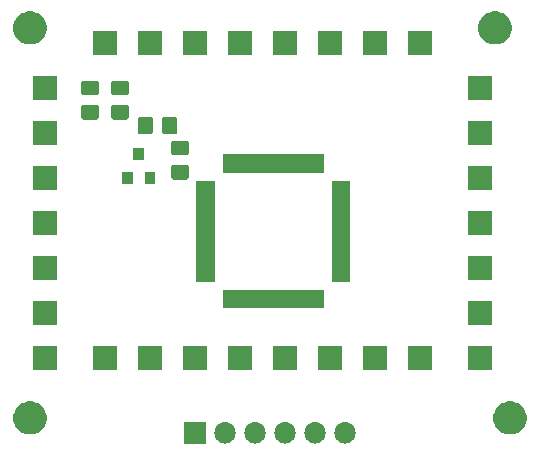
<source format=gbr>
G04 #@! TF.GenerationSoftware,KiCad,Pcbnew,(5.1.2)-2*
G04 #@! TF.CreationDate,2019-08-15T12:03:38-06:00*
G04 #@! TF.ProjectId,ps2plus,70733270-6c75-4732-9e6b-696361645f70,rev?*
G04 #@! TF.SameCoordinates,Original*
G04 #@! TF.FileFunction,Soldermask,Top*
G04 #@! TF.FilePolarity,Negative*
%FSLAX46Y46*%
G04 Gerber Fmt 4.6, Leading zero omitted, Abs format (unit mm)*
G04 Created by KiCad (PCBNEW (5.1.2)-2) date 2019-08-15 12:03:38*
%MOMM*%
%LPD*%
G04 APERTURE LIST*
%ADD10C,0.100000*%
G04 APERTURE END LIST*
D10*
G36*
X147430443Y-88005519D02*
G01*
X147496627Y-88012037D01*
X147666466Y-88063557D01*
X147822991Y-88147222D01*
X147858729Y-88176552D01*
X147960186Y-88259814D01*
X148043448Y-88361271D01*
X148072778Y-88397009D01*
X148156443Y-88553534D01*
X148207963Y-88723373D01*
X148225359Y-88900000D01*
X148207963Y-89076627D01*
X148156443Y-89246466D01*
X148072778Y-89402991D01*
X148043448Y-89438729D01*
X147960186Y-89540186D01*
X147858729Y-89623448D01*
X147822991Y-89652778D01*
X147666466Y-89736443D01*
X147496627Y-89787963D01*
X147430443Y-89794481D01*
X147364260Y-89801000D01*
X147275740Y-89801000D01*
X147209557Y-89794481D01*
X147143373Y-89787963D01*
X146973534Y-89736443D01*
X146817009Y-89652778D01*
X146781271Y-89623448D01*
X146679814Y-89540186D01*
X146596552Y-89438729D01*
X146567222Y-89402991D01*
X146483557Y-89246466D01*
X146432037Y-89076627D01*
X146414641Y-88900000D01*
X146432037Y-88723373D01*
X146483557Y-88553534D01*
X146567222Y-88397009D01*
X146596552Y-88361271D01*
X146679814Y-88259814D01*
X146781271Y-88176552D01*
X146817009Y-88147222D01*
X146973534Y-88063557D01*
X147143373Y-88012037D01*
X147209557Y-88005519D01*
X147275740Y-87999000D01*
X147364260Y-87999000D01*
X147430443Y-88005519D01*
X147430443Y-88005519D01*
G37*
G36*
X144890443Y-88005519D02*
G01*
X144956627Y-88012037D01*
X145126466Y-88063557D01*
X145282991Y-88147222D01*
X145318729Y-88176552D01*
X145420186Y-88259814D01*
X145503448Y-88361271D01*
X145532778Y-88397009D01*
X145616443Y-88553534D01*
X145667963Y-88723373D01*
X145685359Y-88900000D01*
X145667963Y-89076627D01*
X145616443Y-89246466D01*
X145532778Y-89402991D01*
X145503448Y-89438729D01*
X145420186Y-89540186D01*
X145318729Y-89623448D01*
X145282991Y-89652778D01*
X145126466Y-89736443D01*
X144956627Y-89787963D01*
X144890443Y-89794481D01*
X144824260Y-89801000D01*
X144735740Y-89801000D01*
X144669557Y-89794481D01*
X144603373Y-89787963D01*
X144433534Y-89736443D01*
X144277009Y-89652778D01*
X144241271Y-89623448D01*
X144139814Y-89540186D01*
X144056552Y-89438729D01*
X144027222Y-89402991D01*
X143943557Y-89246466D01*
X143892037Y-89076627D01*
X143874641Y-88900000D01*
X143892037Y-88723373D01*
X143943557Y-88553534D01*
X144027222Y-88397009D01*
X144056552Y-88361271D01*
X144139814Y-88259814D01*
X144241271Y-88176552D01*
X144277009Y-88147222D01*
X144433534Y-88063557D01*
X144603373Y-88012037D01*
X144669557Y-88005519D01*
X144735740Y-87999000D01*
X144824260Y-87999000D01*
X144890443Y-88005519D01*
X144890443Y-88005519D01*
G37*
G36*
X135521000Y-89801000D02*
G01*
X133719000Y-89801000D01*
X133719000Y-87999000D01*
X135521000Y-87999000D01*
X135521000Y-89801000D01*
X135521000Y-89801000D01*
G37*
G36*
X137270443Y-88005519D02*
G01*
X137336627Y-88012037D01*
X137506466Y-88063557D01*
X137662991Y-88147222D01*
X137698729Y-88176552D01*
X137800186Y-88259814D01*
X137883448Y-88361271D01*
X137912778Y-88397009D01*
X137996443Y-88553534D01*
X138047963Y-88723373D01*
X138065359Y-88900000D01*
X138047963Y-89076627D01*
X137996443Y-89246466D01*
X137912778Y-89402991D01*
X137883448Y-89438729D01*
X137800186Y-89540186D01*
X137698729Y-89623448D01*
X137662991Y-89652778D01*
X137506466Y-89736443D01*
X137336627Y-89787963D01*
X137270443Y-89794481D01*
X137204260Y-89801000D01*
X137115740Y-89801000D01*
X137049557Y-89794481D01*
X136983373Y-89787963D01*
X136813534Y-89736443D01*
X136657009Y-89652778D01*
X136621271Y-89623448D01*
X136519814Y-89540186D01*
X136436552Y-89438729D01*
X136407222Y-89402991D01*
X136323557Y-89246466D01*
X136272037Y-89076627D01*
X136254641Y-88900000D01*
X136272037Y-88723373D01*
X136323557Y-88553534D01*
X136407222Y-88397009D01*
X136436552Y-88361271D01*
X136519814Y-88259814D01*
X136621271Y-88176552D01*
X136657009Y-88147222D01*
X136813534Y-88063557D01*
X136983373Y-88012037D01*
X137049557Y-88005519D01*
X137115740Y-87999000D01*
X137204260Y-87999000D01*
X137270443Y-88005519D01*
X137270443Y-88005519D01*
G37*
G36*
X142350443Y-88005519D02*
G01*
X142416627Y-88012037D01*
X142586466Y-88063557D01*
X142742991Y-88147222D01*
X142778729Y-88176552D01*
X142880186Y-88259814D01*
X142963448Y-88361271D01*
X142992778Y-88397009D01*
X143076443Y-88553534D01*
X143127963Y-88723373D01*
X143145359Y-88900000D01*
X143127963Y-89076627D01*
X143076443Y-89246466D01*
X142992778Y-89402991D01*
X142963448Y-89438729D01*
X142880186Y-89540186D01*
X142778729Y-89623448D01*
X142742991Y-89652778D01*
X142586466Y-89736443D01*
X142416627Y-89787963D01*
X142350443Y-89794481D01*
X142284260Y-89801000D01*
X142195740Y-89801000D01*
X142129557Y-89794481D01*
X142063373Y-89787963D01*
X141893534Y-89736443D01*
X141737009Y-89652778D01*
X141701271Y-89623448D01*
X141599814Y-89540186D01*
X141516552Y-89438729D01*
X141487222Y-89402991D01*
X141403557Y-89246466D01*
X141352037Y-89076627D01*
X141334641Y-88900000D01*
X141352037Y-88723373D01*
X141403557Y-88553534D01*
X141487222Y-88397009D01*
X141516552Y-88361271D01*
X141599814Y-88259814D01*
X141701271Y-88176552D01*
X141737009Y-88147222D01*
X141893534Y-88063557D01*
X142063373Y-88012037D01*
X142129557Y-88005519D01*
X142195740Y-87999000D01*
X142284260Y-87999000D01*
X142350443Y-88005519D01*
X142350443Y-88005519D01*
G37*
G36*
X139810443Y-88005519D02*
G01*
X139876627Y-88012037D01*
X140046466Y-88063557D01*
X140202991Y-88147222D01*
X140238729Y-88176552D01*
X140340186Y-88259814D01*
X140423448Y-88361271D01*
X140452778Y-88397009D01*
X140536443Y-88553534D01*
X140587963Y-88723373D01*
X140605359Y-88900000D01*
X140587963Y-89076627D01*
X140536443Y-89246466D01*
X140452778Y-89402991D01*
X140423448Y-89438729D01*
X140340186Y-89540186D01*
X140238729Y-89623448D01*
X140202991Y-89652778D01*
X140046466Y-89736443D01*
X139876627Y-89787963D01*
X139810443Y-89794481D01*
X139744260Y-89801000D01*
X139655740Y-89801000D01*
X139589557Y-89794481D01*
X139523373Y-89787963D01*
X139353534Y-89736443D01*
X139197009Y-89652778D01*
X139161271Y-89623448D01*
X139059814Y-89540186D01*
X138976552Y-89438729D01*
X138947222Y-89402991D01*
X138863557Y-89246466D01*
X138812037Y-89076627D01*
X138794641Y-88900000D01*
X138812037Y-88723373D01*
X138863557Y-88553534D01*
X138947222Y-88397009D01*
X138976552Y-88361271D01*
X139059814Y-88259814D01*
X139161271Y-88176552D01*
X139197009Y-88147222D01*
X139353534Y-88063557D01*
X139523373Y-88012037D01*
X139589557Y-88005519D01*
X139655740Y-87999000D01*
X139744260Y-87999000D01*
X139810443Y-88005519D01*
X139810443Y-88005519D01*
G37*
G36*
X120968433Y-86264893D02*
G01*
X121058657Y-86282839D01*
X121164267Y-86326585D01*
X121313621Y-86388449D01*
X121313622Y-86388450D01*
X121543086Y-86541772D01*
X121738228Y-86736914D01*
X121840675Y-86890237D01*
X121891551Y-86966379D01*
X121953415Y-87115733D01*
X121997161Y-87221343D01*
X122051000Y-87492014D01*
X122051000Y-87767986D01*
X121997161Y-88038657D01*
X121953415Y-88144267D01*
X121891551Y-88293621D01*
X121891550Y-88293622D01*
X121738228Y-88523086D01*
X121543086Y-88718228D01*
X121389763Y-88820675D01*
X121313621Y-88871551D01*
X121164267Y-88933415D01*
X121058657Y-88977161D01*
X120968433Y-88995107D01*
X120787988Y-89031000D01*
X120512012Y-89031000D01*
X120331567Y-88995107D01*
X120241343Y-88977161D01*
X120135733Y-88933415D01*
X119986379Y-88871551D01*
X119910237Y-88820675D01*
X119756914Y-88718228D01*
X119561772Y-88523086D01*
X119408450Y-88293622D01*
X119408449Y-88293621D01*
X119346585Y-88144267D01*
X119302839Y-88038657D01*
X119249000Y-87767986D01*
X119249000Y-87492014D01*
X119302839Y-87221343D01*
X119346585Y-87115733D01*
X119408449Y-86966379D01*
X119459325Y-86890237D01*
X119561772Y-86736914D01*
X119756914Y-86541772D01*
X119986378Y-86388450D01*
X119986379Y-86388449D01*
X120135733Y-86326585D01*
X120241343Y-86282839D01*
X120331567Y-86264893D01*
X120512012Y-86229000D01*
X120787988Y-86229000D01*
X120968433Y-86264893D01*
X120968433Y-86264893D01*
G37*
G36*
X161608433Y-86264893D02*
G01*
X161698657Y-86282839D01*
X161804267Y-86326585D01*
X161953621Y-86388449D01*
X161953622Y-86388450D01*
X162183086Y-86541772D01*
X162378228Y-86736914D01*
X162480675Y-86890237D01*
X162531551Y-86966379D01*
X162593415Y-87115733D01*
X162637161Y-87221343D01*
X162691000Y-87492014D01*
X162691000Y-87767986D01*
X162637161Y-88038657D01*
X162593415Y-88144267D01*
X162531551Y-88293621D01*
X162531550Y-88293622D01*
X162378228Y-88523086D01*
X162183086Y-88718228D01*
X162029763Y-88820675D01*
X161953621Y-88871551D01*
X161804267Y-88933415D01*
X161698657Y-88977161D01*
X161608433Y-88995107D01*
X161427988Y-89031000D01*
X161152012Y-89031000D01*
X160971567Y-88995107D01*
X160881343Y-88977161D01*
X160775733Y-88933415D01*
X160626379Y-88871551D01*
X160550237Y-88820675D01*
X160396914Y-88718228D01*
X160201772Y-88523086D01*
X160048450Y-88293622D01*
X160048449Y-88293621D01*
X159986585Y-88144267D01*
X159942839Y-88038657D01*
X159889000Y-87767986D01*
X159889000Y-87492014D01*
X159942839Y-87221343D01*
X159986585Y-87115733D01*
X160048449Y-86966379D01*
X160099325Y-86890237D01*
X160201772Y-86736914D01*
X160396914Y-86541772D01*
X160626378Y-86388450D01*
X160626379Y-86388449D01*
X160775733Y-86326585D01*
X160881343Y-86282839D01*
X160971567Y-86264893D01*
X161152012Y-86229000D01*
X161427988Y-86229000D01*
X161608433Y-86264893D01*
X161608433Y-86264893D01*
G37*
G36*
X154721000Y-83601000D02*
G01*
X152619000Y-83601000D01*
X152619000Y-81499000D01*
X154721000Y-81499000D01*
X154721000Y-83601000D01*
X154721000Y-83601000D01*
G37*
G36*
X159801000Y-83601000D02*
G01*
X157699000Y-83601000D01*
X157699000Y-81499000D01*
X159801000Y-81499000D01*
X159801000Y-83601000D01*
X159801000Y-83601000D01*
G37*
G36*
X150911000Y-83601000D02*
G01*
X148809000Y-83601000D01*
X148809000Y-81499000D01*
X150911000Y-81499000D01*
X150911000Y-83601000D01*
X150911000Y-83601000D01*
G37*
G36*
X147101000Y-83601000D02*
G01*
X144999000Y-83601000D01*
X144999000Y-81499000D01*
X147101000Y-81499000D01*
X147101000Y-83601000D01*
X147101000Y-83601000D01*
G37*
G36*
X143291000Y-83601000D02*
G01*
X141189000Y-83601000D01*
X141189000Y-81499000D01*
X143291000Y-81499000D01*
X143291000Y-83601000D01*
X143291000Y-83601000D01*
G37*
G36*
X139481000Y-83601000D02*
G01*
X137379000Y-83601000D01*
X137379000Y-81499000D01*
X139481000Y-81499000D01*
X139481000Y-83601000D01*
X139481000Y-83601000D01*
G37*
G36*
X135671000Y-83601000D02*
G01*
X133569000Y-83601000D01*
X133569000Y-81499000D01*
X135671000Y-81499000D01*
X135671000Y-83601000D01*
X135671000Y-83601000D01*
G37*
G36*
X122971000Y-83601000D02*
G01*
X120869000Y-83601000D01*
X120869000Y-81499000D01*
X122971000Y-81499000D01*
X122971000Y-83601000D01*
X122971000Y-83601000D01*
G37*
G36*
X128051000Y-83601000D02*
G01*
X125949000Y-83601000D01*
X125949000Y-81499000D01*
X128051000Y-81499000D01*
X128051000Y-83601000D01*
X128051000Y-83601000D01*
G37*
G36*
X131861000Y-83601000D02*
G01*
X129759000Y-83601000D01*
X129759000Y-81499000D01*
X131861000Y-81499000D01*
X131861000Y-83601000D01*
X131861000Y-83601000D01*
G37*
G36*
X159801000Y-79791000D02*
G01*
X157699000Y-79791000D01*
X157699000Y-77689000D01*
X159801000Y-77689000D01*
X159801000Y-79791000D01*
X159801000Y-79791000D01*
G37*
G36*
X122971000Y-79791000D02*
G01*
X120869000Y-79791000D01*
X120869000Y-77689000D01*
X122971000Y-77689000D01*
X122971000Y-79791000D01*
X122971000Y-79791000D01*
G37*
G36*
X145531301Y-78359201D02*
G01*
X136971101Y-78359201D01*
X136971101Y-76784001D01*
X145531301Y-76784001D01*
X145531301Y-78359201D01*
X145531301Y-78359201D01*
G37*
G36*
X147779201Y-76111301D02*
G01*
X146204001Y-76111301D01*
X146204001Y-67551101D01*
X147779201Y-67551101D01*
X147779201Y-76111301D01*
X147779201Y-76111301D01*
G37*
G36*
X136298401Y-76111301D02*
G01*
X134723201Y-76111301D01*
X134723201Y-67551101D01*
X136298401Y-67551101D01*
X136298401Y-76111301D01*
X136298401Y-76111301D01*
G37*
G36*
X122971000Y-75981000D02*
G01*
X120869000Y-75981000D01*
X120869000Y-73879000D01*
X122971000Y-73879000D01*
X122971000Y-75981000D01*
X122971000Y-75981000D01*
G37*
G36*
X159801000Y-75981000D02*
G01*
X157699000Y-75981000D01*
X157699000Y-73879000D01*
X159801000Y-73879000D01*
X159801000Y-75981000D01*
X159801000Y-75981000D01*
G37*
G36*
X159801000Y-72171000D02*
G01*
X157699000Y-72171000D01*
X157699000Y-70069000D01*
X159801000Y-70069000D01*
X159801000Y-72171000D01*
X159801000Y-72171000D01*
G37*
G36*
X122971000Y-72171000D02*
G01*
X120869000Y-72171000D01*
X120869000Y-70069000D01*
X122971000Y-70069000D01*
X122971000Y-72171000D01*
X122971000Y-72171000D01*
G37*
G36*
X122971000Y-68361000D02*
G01*
X120869000Y-68361000D01*
X120869000Y-66259000D01*
X122971000Y-66259000D01*
X122971000Y-68361000D01*
X122971000Y-68361000D01*
G37*
G36*
X159801000Y-68361000D02*
G01*
X157699000Y-68361000D01*
X157699000Y-66259000D01*
X159801000Y-66259000D01*
X159801000Y-68361000D01*
X159801000Y-68361000D01*
G37*
G36*
X129361000Y-67811000D02*
G01*
X128459000Y-67811000D01*
X128459000Y-66809000D01*
X129361000Y-66809000D01*
X129361000Y-67811000D01*
X129361000Y-67811000D01*
G37*
G36*
X131261000Y-67811000D02*
G01*
X130359000Y-67811000D01*
X130359000Y-66809000D01*
X131261000Y-66809000D01*
X131261000Y-67811000D01*
X131261000Y-67811000D01*
G37*
G36*
X133938674Y-66198465D02*
G01*
X133976367Y-66209899D01*
X134011103Y-66228466D01*
X134041548Y-66253452D01*
X134066534Y-66283897D01*
X134085101Y-66318633D01*
X134096535Y-66356326D01*
X134101000Y-66401661D01*
X134101000Y-67238339D01*
X134096535Y-67283674D01*
X134085101Y-67321367D01*
X134066534Y-67356103D01*
X134041548Y-67386548D01*
X134011103Y-67411534D01*
X133976367Y-67430101D01*
X133938674Y-67441535D01*
X133893339Y-67446000D01*
X132806661Y-67446000D01*
X132761326Y-67441535D01*
X132723633Y-67430101D01*
X132688897Y-67411534D01*
X132658452Y-67386548D01*
X132633466Y-67356103D01*
X132614899Y-67321367D01*
X132603465Y-67283674D01*
X132599000Y-67238339D01*
X132599000Y-66401661D01*
X132603465Y-66356326D01*
X132614899Y-66318633D01*
X132633466Y-66283897D01*
X132658452Y-66253452D01*
X132688897Y-66228466D01*
X132723633Y-66209899D01*
X132761326Y-66198465D01*
X132806661Y-66194000D01*
X133893339Y-66194000D01*
X133938674Y-66198465D01*
X133938674Y-66198465D01*
G37*
G36*
X145531301Y-66878401D02*
G01*
X136971101Y-66878401D01*
X136971101Y-65303201D01*
X145531301Y-65303201D01*
X145531301Y-66878401D01*
X145531301Y-66878401D01*
G37*
G36*
X130311000Y-65811000D02*
G01*
X129409000Y-65811000D01*
X129409000Y-64809000D01*
X130311000Y-64809000D01*
X130311000Y-65811000D01*
X130311000Y-65811000D01*
G37*
G36*
X133938674Y-64148465D02*
G01*
X133976367Y-64159899D01*
X134011103Y-64178466D01*
X134041548Y-64203452D01*
X134066534Y-64233897D01*
X134085101Y-64268633D01*
X134096535Y-64306326D01*
X134101000Y-64351661D01*
X134101000Y-65188339D01*
X134096535Y-65233674D01*
X134085101Y-65271367D01*
X134066534Y-65306103D01*
X134041548Y-65336548D01*
X134011103Y-65361534D01*
X133976367Y-65380101D01*
X133938674Y-65391535D01*
X133893339Y-65396000D01*
X132806661Y-65396000D01*
X132761326Y-65391535D01*
X132723633Y-65380101D01*
X132688897Y-65361534D01*
X132658452Y-65336548D01*
X132633466Y-65306103D01*
X132614899Y-65271367D01*
X132603465Y-65233674D01*
X132599000Y-65188339D01*
X132599000Y-64351661D01*
X132603465Y-64306326D01*
X132614899Y-64268633D01*
X132633466Y-64233897D01*
X132658452Y-64203452D01*
X132688897Y-64178466D01*
X132723633Y-64159899D01*
X132761326Y-64148465D01*
X132806661Y-64144000D01*
X133893339Y-64144000D01*
X133938674Y-64148465D01*
X133938674Y-64148465D01*
G37*
G36*
X122971000Y-64551000D02*
G01*
X120869000Y-64551000D01*
X120869000Y-62449000D01*
X122971000Y-62449000D01*
X122971000Y-64551000D01*
X122971000Y-64551000D01*
G37*
G36*
X159801000Y-64551000D02*
G01*
X157699000Y-64551000D01*
X157699000Y-62449000D01*
X159801000Y-62449000D01*
X159801000Y-64551000D01*
X159801000Y-64551000D01*
G37*
G36*
X132933674Y-62118465D02*
G01*
X132971367Y-62129899D01*
X133006103Y-62148466D01*
X133036548Y-62173452D01*
X133061534Y-62203897D01*
X133080101Y-62238633D01*
X133091535Y-62276326D01*
X133096000Y-62321661D01*
X133096000Y-63408339D01*
X133091535Y-63453674D01*
X133080101Y-63491367D01*
X133061534Y-63526103D01*
X133036548Y-63556548D01*
X133006103Y-63581534D01*
X132971367Y-63600101D01*
X132933674Y-63611535D01*
X132888339Y-63616000D01*
X132051661Y-63616000D01*
X132006326Y-63611535D01*
X131968633Y-63600101D01*
X131933897Y-63581534D01*
X131903452Y-63556548D01*
X131878466Y-63526103D01*
X131859899Y-63491367D01*
X131848465Y-63453674D01*
X131844000Y-63408339D01*
X131844000Y-62321661D01*
X131848465Y-62276326D01*
X131859899Y-62238633D01*
X131878466Y-62203897D01*
X131903452Y-62173452D01*
X131933897Y-62148466D01*
X131968633Y-62129899D01*
X132006326Y-62118465D01*
X132051661Y-62114000D01*
X132888339Y-62114000D01*
X132933674Y-62118465D01*
X132933674Y-62118465D01*
G37*
G36*
X130883674Y-62118465D02*
G01*
X130921367Y-62129899D01*
X130956103Y-62148466D01*
X130986548Y-62173452D01*
X131011534Y-62203897D01*
X131030101Y-62238633D01*
X131041535Y-62276326D01*
X131046000Y-62321661D01*
X131046000Y-63408339D01*
X131041535Y-63453674D01*
X131030101Y-63491367D01*
X131011534Y-63526103D01*
X130986548Y-63556548D01*
X130956103Y-63581534D01*
X130921367Y-63600101D01*
X130883674Y-63611535D01*
X130838339Y-63616000D01*
X130001661Y-63616000D01*
X129956326Y-63611535D01*
X129918633Y-63600101D01*
X129883897Y-63581534D01*
X129853452Y-63556548D01*
X129828466Y-63526103D01*
X129809899Y-63491367D01*
X129798465Y-63453674D01*
X129794000Y-63408339D01*
X129794000Y-62321661D01*
X129798465Y-62276326D01*
X129809899Y-62238633D01*
X129828466Y-62203897D01*
X129853452Y-62173452D01*
X129883897Y-62148466D01*
X129918633Y-62129899D01*
X129956326Y-62118465D01*
X130001661Y-62114000D01*
X130838339Y-62114000D01*
X130883674Y-62118465D01*
X130883674Y-62118465D01*
G37*
G36*
X126318674Y-61118465D02*
G01*
X126356367Y-61129899D01*
X126391103Y-61148466D01*
X126421548Y-61173452D01*
X126446534Y-61203897D01*
X126465101Y-61238633D01*
X126476535Y-61276326D01*
X126481000Y-61321661D01*
X126481000Y-62158339D01*
X126476535Y-62203674D01*
X126465101Y-62241367D01*
X126446534Y-62276103D01*
X126421548Y-62306548D01*
X126391103Y-62331534D01*
X126356367Y-62350101D01*
X126318674Y-62361535D01*
X126273339Y-62366000D01*
X125186661Y-62366000D01*
X125141326Y-62361535D01*
X125103633Y-62350101D01*
X125068897Y-62331534D01*
X125038452Y-62306548D01*
X125013466Y-62276103D01*
X124994899Y-62241367D01*
X124983465Y-62203674D01*
X124979000Y-62158339D01*
X124979000Y-61321661D01*
X124983465Y-61276326D01*
X124994899Y-61238633D01*
X125013466Y-61203897D01*
X125038452Y-61173452D01*
X125068897Y-61148466D01*
X125103633Y-61129899D01*
X125141326Y-61118465D01*
X125186661Y-61114000D01*
X126273339Y-61114000D01*
X126318674Y-61118465D01*
X126318674Y-61118465D01*
G37*
G36*
X128858674Y-61118465D02*
G01*
X128896367Y-61129899D01*
X128931103Y-61148466D01*
X128961548Y-61173452D01*
X128986534Y-61203897D01*
X129005101Y-61238633D01*
X129016535Y-61276326D01*
X129021000Y-61321661D01*
X129021000Y-62158339D01*
X129016535Y-62203674D01*
X129005101Y-62241367D01*
X128986534Y-62276103D01*
X128961548Y-62306548D01*
X128931103Y-62331534D01*
X128896367Y-62350101D01*
X128858674Y-62361535D01*
X128813339Y-62366000D01*
X127726661Y-62366000D01*
X127681326Y-62361535D01*
X127643633Y-62350101D01*
X127608897Y-62331534D01*
X127578452Y-62306548D01*
X127553466Y-62276103D01*
X127534899Y-62241367D01*
X127523465Y-62203674D01*
X127519000Y-62158339D01*
X127519000Y-61321661D01*
X127523465Y-61276326D01*
X127534899Y-61238633D01*
X127553466Y-61203897D01*
X127578452Y-61173452D01*
X127608897Y-61148466D01*
X127643633Y-61129899D01*
X127681326Y-61118465D01*
X127726661Y-61114000D01*
X128813339Y-61114000D01*
X128858674Y-61118465D01*
X128858674Y-61118465D01*
G37*
G36*
X122971000Y-60741000D02*
G01*
X120869000Y-60741000D01*
X120869000Y-58639000D01*
X122971000Y-58639000D01*
X122971000Y-60741000D01*
X122971000Y-60741000D01*
G37*
G36*
X159801000Y-60741000D02*
G01*
X157699000Y-60741000D01*
X157699000Y-58639000D01*
X159801000Y-58639000D01*
X159801000Y-60741000D01*
X159801000Y-60741000D01*
G37*
G36*
X126318674Y-59068465D02*
G01*
X126356367Y-59079899D01*
X126391103Y-59098466D01*
X126421548Y-59123452D01*
X126446534Y-59153897D01*
X126465101Y-59188633D01*
X126476535Y-59226326D01*
X126481000Y-59271661D01*
X126481000Y-60108339D01*
X126476535Y-60153674D01*
X126465101Y-60191367D01*
X126446534Y-60226103D01*
X126421548Y-60256548D01*
X126391103Y-60281534D01*
X126356367Y-60300101D01*
X126318674Y-60311535D01*
X126273339Y-60316000D01*
X125186661Y-60316000D01*
X125141326Y-60311535D01*
X125103633Y-60300101D01*
X125068897Y-60281534D01*
X125038452Y-60256548D01*
X125013466Y-60226103D01*
X124994899Y-60191367D01*
X124983465Y-60153674D01*
X124979000Y-60108339D01*
X124979000Y-59271661D01*
X124983465Y-59226326D01*
X124994899Y-59188633D01*
X125013466Y-59153897D01*
X125038452Y-59123452D01*
X125068897Y-59098466D01*
X125103633Y-59079899D01*
X125141326Y-59068465D01*
X125186661Y-59064000D01*
X126273339Y-59064000D01*
X126318674Y-59068465D01*
X126318674Y-59068465D01*
G37*
G36*
X128858674Y-59068465D02*
G01*
X128896367Y-59079899D01*
X128931103Y-59098466D01*
X128961548Y-59123452D01*
X128986534Y-59153897D01*
X129005101Y-59188633D01*
X129016535Y-59226326D01*
X129021000Y-59271661D01*
X129021000Y-60108339D01*
X129016535Y-60153674D01*
X129005101Y-60191367D01*
X128986534Y-60226103D01*
X128961548Y-60256548D01*
X128931103Y-60281534D01*
X128896367Y-60300101D01*
X128858674Y-60311535D01*
X128813339Y-60316000D01*
X127726661Y-60316000D01*
X127681326Y-60311535D01*
X127643633Y-60300101D01*
X127608897Y-60281534D01*
X127578452Y-60256548D01*
X127553466Y-60226103D01*
X127534899Y-60191367D01*
X127523465Y-60153674D01*
X127519000Y-60108339D01*
X127519000Y-59271661D01*
X127523465Y-59226326D01*
X127534899Y-59188633D01*
X127553466Y-59153897D01*
X127578452Y-59123452D01*
X127608897Y-59098466D01*
X127643633Y-59079899D01*
X127681326Y-59068465D01*
X127726661Y-59064000D01*
X128813339Y-59064000D01*
X128858674Y-59068465D01*
X128858674Y-59068465D01*
G37*
G36*
X128051000Y-56931000D02*
G01*
X125949000Y-56931000D01*
X125949000Y-54829000D01*
X128051000Y-54829000D01*
X128051000Y-56931000D01*
X128051000Y-56931000D01*
G37*
G36*
X131861000Y-56931000D02*
G01*
X129759000Y-56931000D01*
X129759000Y-54829000D01*
X131861000Y-54829000D01*
X131861000Y-56931000D01*
X131861000Y-56931000D01*
G37*
G36*
X143291000Y-56931000D02*
G01*
X141189000Y-56931000D01*
X141189000Y-54829000D01*
X143291000Y-54829000D01*
X143291000Y-56931000D01*
X143291000Y-56931000D01*
G37*
G36*
X154721000Y-56931000D02*
G01*
X152619000Y-56931000D01*
X152619000Y-54829000D01*
X154721000Y-54829000D01*
X154721000Y-56931000D01*
X154721000Y-56931000D01*
G37*
G36*
X150911000Y-56931000D02*
G01*
X148809000Y-56931000D01*
X148809000Y-54829000D01*
X150911000Y-54829000D01*
X150911000Y-56931000D01*
X150911000Y-56931000D01*
G37*
G36*
X135671000Y-56931000D02*
G01*
X133569000Y-56931000D01*
X133569000Y-54829000D01*
X135671000Y-54829000D01*
X135671000Y-56931000D01*
X135671000Y-56931000D01*
G37*
G36*
X139481000Y-56931000D02*
G01*
X137379000Y-56931000D01*
X137379000Y-54829000D01*
X139481000Y-54829000D01*
X139481000Y-56931000D01*
X139481000Y-56931000D01*
G37*
G36*
X147101000Y-56931000D02*
G01*
X144999000Y-56931000D01*
X144999000Y-54829000D01*
X147101000Y-54829000D01*
X147101000Y-56931000D01*
X147101000Y-56931000D01*
G37*
G36*
X160338433Y-53244893D02*
G01*
X160428657Y-53262839D01*
X160534267Y-53306585D01*
X160683621Y-53368449D01*
X160683622Y-53368450D01*
X160913086Y-53521772D01*
X161108228Y-53716914D01*
X161210675Y-53870237D01*
X161261551Y-53946379D01*
X161367161Y-54201344D01*
X161421000Y-54472012D01*
X161421000Y-54747988D01*
X161367161Y-55018656D01*
X161261551Y-55273621D01*
X161261550Y-55273622D01*
X161108228Y-55503086D01*
X160913086Y-55698228D01*
X160759763Y-55800675D01*
X160683621Y-55851551D01*
X160534267Y-55913415D01*
X160428657Y-55957161D01*
X160338433Y-55975107D01*
X160157988Y-56011000D01*
X159882012Y-56011000D01*
X159701567Y-55975107D01*
X159611343Y-55957161D01*
X159505733Y-55913415D01*
X159356379Y-55851551D01*
X159280237Y-55800675D01*
X159126914Y-55698228D01*
X158931772Y-55503086D01*
X158778450Y-55273622D01*
X158778449Y-55273621D01*
X158672839Y-55018656D01*
X158619000Y-54747988D01*
X158619000Y-54472012D01*
X158672839Y-54201344D01*
X158778449Y-53946379D01*
X158829325Y-53870237D01*
X158931772Y-53716914D01*
X159126914Y-53521772D01*
X159356378Y-53368450D01*
X159356379Y-53368449D01*
X159505733Y-53306585D01*
X159611343Y-53262839D01*
X159701567Y-53244893D01*
X159882012Y-53209000D01*
X160157988Y-53209000D01*
X160338433Y-53244893D01*
X160338433Y-53244893D01*
G37*
G36*
X120968433Y-53244893D02*
G01*
X121058657Y-53262839D01*
X121164267Y-53306585D01*
X121313621Y-53368449D01*
X121313622Y-53368450D01*
X121543086Y-53521772D01*
X121738228Y-53716914D01*
X121840675Y-53870237D01*
X121891551Y-53946379D01*
X121997161Y-54201344D01*
X122051000Y-54472012D01*
X122051000Y-54747988D01*
X121997161Y-55018656D01*
X121891551Y-55273621D01*
X121891550Y-55273622D01*
X121738228Y-55503086D01*
X121543086Y-55698228D01*
X121389763Y-55800675D01*
X121313621Y-55851551D01*
X121164267Y-55913415D01*
X121058657Y-55957161D01*
X120968433Y-55975107D01*
X120787988Y-56011000D01*
X120512012Y-56011000D01*
X120331567Y-55975107D01*
X120241343Y-55957161D01*
X120135733Y-55913415D01*
X119986379Y-55851551D01*
X119910237Y-55800675D01*
X119756914Y-55698228D01*
X119561772Y-55503086D01*
X119408450Y-55273622D01*
X119408449Y-55273621D01*
X119302839Y-55018656D01*
X119249000Y-54747988D01*
X119249000Y-54472012D01*
X119302839Y-54201344D01*
X119408449Y-53946379D01*
X119459325Y-53870237D01*
X119561772Y-53716914D01*
X119756914Y-53521772D01*
X119986378Y-53368450D01*
X119986379Y-53368449D01*
X120135733Y-53306585D01*
X120241343Y-53262839D01*
X120331567Y-53244893D01*
X120512012Y-53209000D01*
X120787988Y-53209000D01*
X120968433Y-53244893D01*
X120968433Y-53244893D01*
G37*
M02*

</source>
